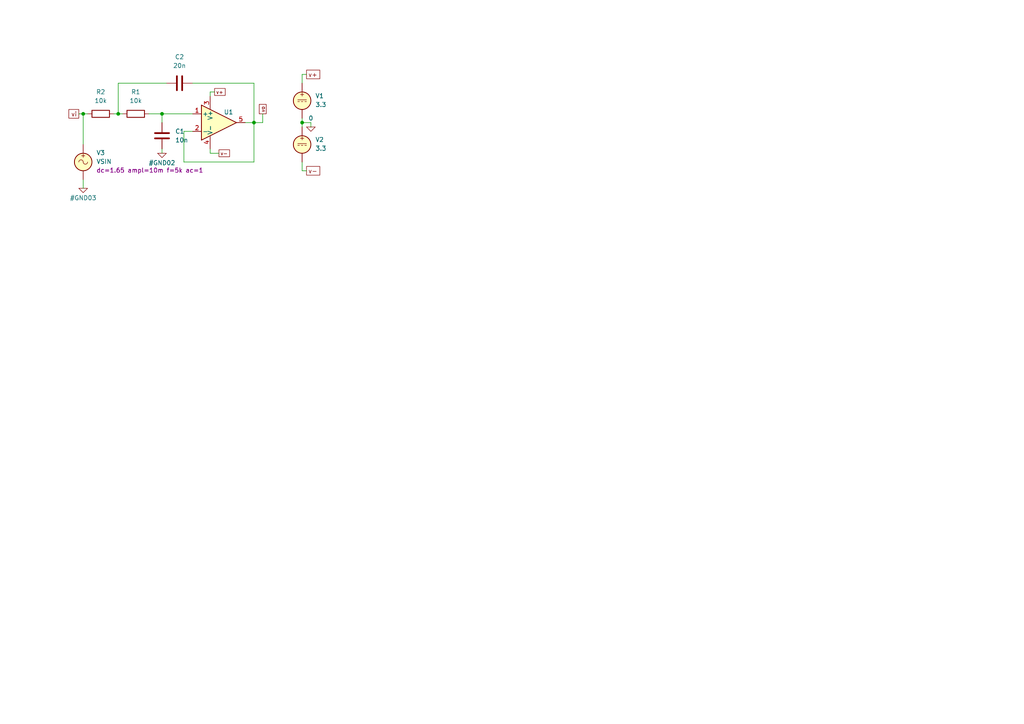
<source format=kicad_sch>
(kicad_sch (version 20250114) (generator "eeschema") (generator_version "9.0")
  (paper "A4")
  (lib_symbols
    (symbol "Device:C" (pin_numbers (hide yes)) (pin_names (offset 0.254))
      (property "Reference" "C" (at 0.635 2.54 0))
      (property "Value" "C" (at 0.635 -2.54 0))
      (symbol "C_0_1"
        (polyline (pts (xy -2.032 0.762) (xy 2.032 0.762)) (stroke (width 0.508)))
        (polyline (pts (xy -2.032 -0.762) (xy 2.032 -0.762)) (stroke (width 0.508)))
      )
      (symbol "C_1_1"
        (pin passive line (at 0 3.81 270) (length 2.794) (name "~") (number "1"))
        (pin passive line (at 0 -3.81 90) (length 2.794) (name "~") (number "2"))
      )
    )
    (symbol "Device:R" (pin_numbers (hide yes)) (pin_names (offset 0))
      (property "Reference" "R" (at 2.032 0 90))
      (property "Value" "R" (at 0 0 90))
      (symbol "R_0_1"
        (rectangle (start -1.016 -2.54) (end 1.016 2.54) (stroke (width 0.254)))
      )
      (symbol "R_1_1"
        (pin passive line (at 0 3.81 270) (length 1.27) (name "~") (number "1"))
        (pin passive line (at 0 -3.81 90) (length 1.27) (name "~") (number "2"))
      )
    )
    (symbol "Simulation_SPICE:0" (power) (pin_numbers (hide yes)) (pin_names (offset 0) (hide yes))
      (property "Value" "0" (at 0 -2.54 0))
      (symbol "0_0_1"
        (polyline (pts (xy -1.27 0) (xy 0 -1.27) (xy 1.27 0) (xy -1.27 0)))
      )
      (symbol "0_1_1"
        (pin power_in line (at 0 0 0) (length 0) (name "~") (number "1"))
      )
    )
    (symbol "Simulation_SPICE:OPAMP" (pin_names (offset 0.254))
      (property "Reference" "U" (at 3.81 3.175 0))
      (property "Value" "${SIM.PARAMS}" (at 3.81 -3.175 0))
      (symbol "OPAMP_0_1"
        (polyline (pts (xy 5.08 0) (xy -5.08 5.08) (xy -5.08 -5.08) (xy 5.08 0)) (stroke (width 0.254)) (fill (type background)))
      )
      (symbol "OPAMP_1_1"
        (pin input line (at -7.62 2.54 0) (length 2.54) (name "+") (number "1"))
        (pin input line (at -7.62 -2.54 0) (length 2.54) (name "-") (number "2"))
        (pin power_in line (at -2.54 7.62 270) (length 3.81) (name "V+") (number "3"))
        (pin power_in line (at -2.54 -7.62 90) (length 3.81) (name "V-") (number "4"))
        (pin output line (at 7.62 0 180) (length 2.54) (name "~") (number "5"))
      )
    )
    (symbol "Simulation_SPICE:VDC" (pin_numbers (hide yes)) (pin_names (offset 0.0254))
      (property "Reference" "V" (at 2.54 2.54 0))
      (property "Value" "1" (at 2.54 0 0))
      (symbol "VDC_0_0"
        (polyline (pts (xy -1.27 0.254) (xy 1.27 0.254)))
        (polyline (pts (xy -0.762 -0.254) (xy -1.27 -0.254)))
        (polyline (pts (xy 0.254 -0.254) (xy -0.254 -0.254)))
        (polyline (pts (xy 1.27 -0.254) (xy 0.762 -0.254)))
        (text "+" (at 0 1.905 0) (effects (font (size 1.27 1.27))))
      )
      (symbol "VDC_0_1"
        (circle (center 0 0) (radius 2.54) (stroke (width 0.254)) (fill (type background)))
      )
      (symbol "VDC_1_1"
        (pin passive line (at 0 5.08 270) (length 2.54) (name "~") (number "1"))
        (pin passive line (at 0 -5.08 90) (length 2.54) (name "~") (number "2"))
      )
    )
    (symbol "Simulation_SPICE:VSIN" (pin_numbers (hide yes)) (pin_names (offset 0.0254))
      (property "Reference" "V" (at 2.54 2.54 0))
      (property "Value" "VSIN" (at 2.54 0 0))
      (property "Sim.Params" "dc=0 ampl=1 f=1k ac=1" (at 2.54 -2.54 0))
      (symbol "VSIN_0_0"
        (arc (start -1.27 0) (mid -0.635 0.6323) (end 0 0))
        (arc (start 1.27 0) (mid 0.635 -0.6323) (end 0 0))
        (text "+" (at 0 1.905 0) (effects (font (size 1.27 1.27))))
      )
      (symbol "VSIN_0_1"
        (circle (center 0 0) (radius 2.54) (stroke (width 0.254)) (fill (type background)))
      )
      (symbol "VSIN_1_1"
        (pin passive line (at 0 5.08 270) (length 2.54) (name "~") (number "1"))
        (pin passive line (at 0 -5.08 90) (length 2.54) (name "~") (number "2"))
      )
    )
  )
  (junction (at 34.29 33.02))
  (junction (at 46.99 33.02))
  (junction (at 24.13 33.02))
  (junction (at 73.66 35.56))
  (junction (at 87.63 35.56))
  (wire (pts (xy 53.34 38.1) (xy 53.34 46.99)))
  (wire (pts (xy 48.26 24.13) (xy 34.29 24.13)))
  (wire (pts (xy 87.63 34.29) (xy 87.63 35.56)))
  (wire (pts (xy 43.18 33.02) (xy 46.99 33.02)))
  (wire (pts (xy 87.63 46.99) (xy 87.63 49.53)))
  (wire (pts (xy 60.96 27.94) (xy 60.96 26.67)))
  (wire (pts (xy 73.66 35.56) (xy 71.12 35.56)))
  (wire (pts (xy 22.86 33.02) (xy 24.13 33.02)))
  (wire (pts (xy 24.13 33.02) (xy 24.13 41.91)))
  (wire (pts (xy 53.34 46.99) (xy 73.66 46.99)))
  (wire (pts (xy 76.2 35.56) (xy 73.66 35.56)))
  (wire (pts (xy 33.02 33.02) (xy 34.29 33.02)))
  (wire (pts (xy 87.63 49.53) (xy 88.9 49.53)))
  (wire (pts (xy 24.13 52.07) (xy 24.13 54.61)))
  (wire (pts (xy 34.29 33.02) (xy 35.56 33.02)))
  (wire (pts (xy 24.13 33.02) (xy 25.4 33.02)))
  (wire (pts (xy 76.2 33.02) (xy 76.2 35.56)))
  (wire (pts (xy 73.66 24.13) (xy 73.66 35.56)))
  (wire (pts (xy 87.63 21.59) (xy 88.9 21.59)))
  (wire (pts (xy 90.17 36.83) (xy 90.17 35.56)))
  (wire (pts (xy 55.88 24.13) (xy 73.66 24.13)))
  (wire (pts (xy 90.17 35.56) (xy 87.63 35.56)))
  (wire (pts (xy 87.63 24.13) (xy 87.63 21.59)))
  (wire (pts (xy 73.66 35.56) (xy 73.66 46.99)))
  (wire (pts (xy 55.88 38.1) (xy 53.34 38.1)))
  (wire (pts (xy 87.63 35.56) (xy 87.63 36.83)))
  (wire (pts (xy 60.96 26.67) (xy 62.23 26.67)))
  (wire (pts (xy 34.29 24.13) (xy 34.29 33.02)))
  (wire (pts (xy 46.99 33.02) (xy 46.99 35.56)))
  (wire (pts (xy 60.96 43.18) (xy 60.96 44.45)))
  (wire (pts (xy 46.99 43.18) (xy 46.99 44.45)))
  (wire (pts (xy 46.99 33.02) (xy 55.88 33.02)))
  (wire (pts (xy 63.5 44.45) (xy 60.96 44.45)))
  (global_label "vi" (shape passive) (at 22.86 33.02 180) (property "Intersheetrefs" "${INTERSHEET_REFS}" (effects (hide yes))))
  (global_label "v-" (shape passive) (at 63.5 44.45 0) (effects (font (size 1.016 1.016))) (property "Intersheetrefs" "${INTERSHEET_REFS}" (effects (hide yes))))
  (global_label "vo" (shape passive) (at 76.2 33.02 90) (effects (font (size 1.016 1.016))) (property "Intersheetrefs" "${INTERSHEET_REFS}" (effects (hide yes))))
  (global_label "v+" (shape passive) (at 62.23 26.67 0) (effects (font (size 1.016 1.016))) (property "Intersheetrefs" "${INTERSHEET_REFS}" (effects (hide yes))))
  (global_label "v-" (shape passive) (at 88.9 49.53 0) (property "Intersheetrefs" "${INTERSHEET_REFS}" (effects (hide yes))))
  (global_label "v+" (shape passive) (at 88.9 21.59 0) (property "Intersheetrefs" "${INTERSHEET_REFS}" (effects (hide yes))))
  (symbol (lib_id "Simulation_SPICE:VDC") (at 87.63 29.21 0) (unit 1)
    (property "Reference" "V1" (at 91.44 27.8101 0) (effects (justify left)))
    (property "Value" "3.3" (at 91.44 30.3501 0) (effects (justify left)))
    (property "Datasheet" "https://ngspice.sourceforge.io/docs/ngspice-html-manual/manual.xhtml#sec_Independent_Sources_for" (effects (hide yes)))
    (property "Description" "Voltage source, DC" (effects (hide yes)))
    (property "Sim.Pins" "1=+ 2=-" (effects (hide yes)))
    (property "Sim.Type" "DC" (effects (hide yes)))
    (property "Sim.Device" "V" (effects (hide yes)))
  )
  (symbol (lib_id "Device:C") (at 46.99 39.37 0) (unit 1)
    (property "Reference" "C1" (at 50.8 38.0999 0) (effects (justify left)))
    (property "Value" "10n" (at 50.8 40.6399 0) (effects (justify left)))
    (property "Description" "Unpolarized capacitor" (effects (hide yes)))
  )
  (symbol (lib_id "Simulation_SPICE:OPAMP") (at 63.5 35.56 0) (unit 1)
    (property "Reference" "U1" (at 66.294 32.512 0))
    (property "Value" "${SIM.PARAMS}" (at 71.12 32.3149 0))
    (property "Datasheet" "https://ngspice.sourceforge.io/docs/ngspice-html-manual/manual.xhtml#sec__SUBCKT_Subcircuits" (effects (hide yes)))
    (property "Description" "Operational amplifier, single" (effects (hide yes)))
    (property "Sim.Pins" "1=in+ 2=in- 3=vcc 4=vee 5=out" (effects (hide yes)))
    (property "Sim.Device" "SUBCKT" (effects (hide yes)))
    (property "Sim.Library" "${KICAD8_SYMBOL_DIR}/Simulation_SPICE.sp" (effects (hide yes)))
    (property "Sim.Name" "kicad_builtin_opamp" (effects (hide yes)))
  )
  (symbol (lib_id "Simulation_SPICE:VDC") (at 87.63 41.91 0) (unit 1)
    (property "Reference" "V2" (at 91.44 40.5101 0) (effects (justify left)))
    (property "Value" "3.3" (at 91.44 43.0501 0) (effects (justify left)))
    (property "Datasheet" "https://ngspice.sourceforge.io/docs/ngspice-html-manual/manual.xhtml#sec_Independent_Sources_for" (effects (hide yes)))
    (property "Description" "Voltage source, DC" (effects (hide yes)))
    (property "Sim.Pins" "1=+ 2=-" (effects (hide yes)))
    (property "Sim.Type" "DC" (effects (hide yes)))
    (property "Sim.Device" "V" (effects (hide yes)))
  )
  (symbol (lib_id "Device:R") (at 39.37 33.02 90) (unit 1)
    (property "Reference" "R1" (at 39.37 26.67 90))
    (property "Value" "10k" (at 39.37 29.21 90))
    (property "Description" "Resistor" (effects (hide yes)))
  )
  (symbol (lib_id "Device:R") (at 29.21 33.02 90) (unit 1)
    (property "Reference" "R2" (at 29.21 26.67 90))
    (property "Value" "10k" (at 29.21 29.21 90))
    (property "Description" "Resistor" (effects (hide yes)))
  )
  (symbol (lib_id "Simulation_SPICE:0") (at 24.13 54.61 0) (unit 1)
    (property "Reference" "#GND03" (at 24.13 57.404 0))
    (property "Value" "0" (effects (hide yes)))
    (property "Datasheet" "https://ngspice.sourceforge.io/docs/ngspice-html-manual/manual.xhtml#subsec_Circuit_elements__device" (effects (hide yes)))
    (property "Description" "0V reference potential for simulation" (effects (hide yes)))
  )
  (symbol (lib_id "Simulation_SPICE:0") (at 90.17 36.83 0) (unit 1)
    (property "Reference" "#GND01" (effects (hide yes)))
    (property "Value" "0" (at 90.17 34.29 0))
    (property "Datasheet" "https://ngspice.sourceforge.io/docs/ngspice-html-manual/manual.xhtml#subsec_Circuit_elements__device" (effects (hide yes)))
    (property "Description" "0V reference potential for simulation" (effects (hide yes)))
  )
  (symbol (lib_id "Device:C") (at 52.07 24.13 90) (unit 1)
    (property "Reference" "C2" (at 52.07 16.51 90))
    (property "Value" "20n" (at 52.07 19.05 90))
    (property "Description" "Unpolarized capacitor" (effects (hide yes)))
  )
  (symbol (lib_id "Simulation_SPICE:VSIN") (at 24.13 46.99 0) (unit 1)
    (property "Reference" "V3" (at 27.94 44.3201 0) (effects (justify left)))
    (property "Value" "VSIN" (at 27.94 46.8601 0) (effects (justify left)))
    (property "Datasheet" "https://ngspice.sourceforge.io/docs/ngspice-html-manual/manual.xhtml#sec_Independent_Sources_for" (effects (hide yes)))
    (property "Description" "Voltage source, sinusoidal" (effects (hide yes)))
    (property "Sim.Pins" "1=+ 2=-" (effects (hide yes)))
    (property "Sim.Params" "dc=1.65 ampl=10m f=5k ac=1" (at 27.94 49.4001 0) (effects (justify left)))
    (property "Sim.Type" "SIN" (effects (hide yes)))
    (property "Sim.Device" "V" (effects (hide yes)))
  )
  (symbol (lib_id "Simulation_SPICE:0") (at 46.99 44.45 0) (unit 1)
    (property "Reference" "#GND02" (at 46.99 47.244 0))
    (property "Value" "0" (effects (hide yes)))
    (property "Datasheet" "https://ngspice.sourceforge.io/docs/ngspice-html-manual/manual.xhtml#subsec_Circuit_elements__device" (effects (hide yes)))
    (property "Description" "0V reference potential for simulation" (effects (hide yes)))
  )
)
</source>
